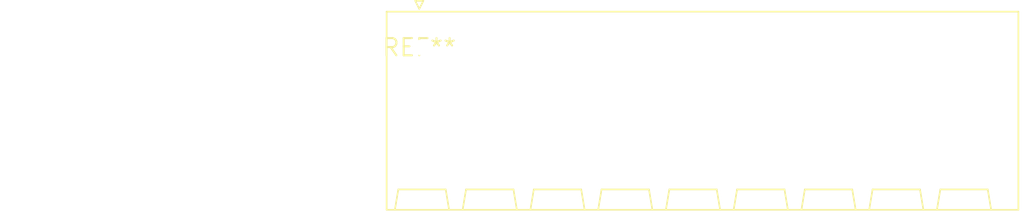
<source format=kicad_pcb>
(kicad_pcb (version 20240108) (generator pcbnew)
  (layers (0 "F.Cu" signal) (31 "B.Cu" signal) (34 "B.Paste" user) (35 "F.Paste" user) (36 "B.SilkS" user "B.Silkscreen") (37 "F.SilkS" user "F.Silkscreen") (38 "B.Mask" user) (39 "F.Mask" user) (44 "Edge.Cuts" user))
  (net 0 "")
  (footprint "PhoenixContact_SPT_2.5_9-H-5.0-EX_1x09_P5.0mm_Horizontal" (layer "F.Cu") (at 0 0)
    (property "Reference" "REF**")
    (property "Value" "PhoenixContact_SPT_2.5_9-H-5.0-EX_1x09_P5.0mm_Horizontal")
    (fp_line (start -2.41 -2.64) (end 44.21 -2.64) (layer "F.SilkS") (stroke (width 0.12)))
    (fp_line (start -2.41 11.98) (end -2.41 -2.64) (layer "F.SilkS") (stroke (width 0.12)))
    (fp_line (start -1.8 11.98) (end -1.55 10.48) (layer "F.SilkS") (stroke (width 0.12)))
    (fp_line (start -1.55 10.48) (end 1.95 10.48) (layer "F.SilkS") (stroke (width 0.12)))
    (fp_line (start -0.3 -3.44) (end 0 -2.84) (layer "F.SilkS") (stroke (width 0.12)))
    (fp_line (start -0.3 -3.44) (end 0.3 -3.44) (layer "F.SilkS") (stroke (width 0.12)))
    (fp_line (start 0.3 -3.44) (end 0 -2.84) (layer "F.SilkS") (stroke (width 0.12)))
    (fp_line (start 2.2 11.98) (end 1.95 10.48) (layer "F.SilkS") (stroke (width 0.12)))
    (fp_line (start 3.2 11.98) (end 3.45 10.48) (layer "F.SilkS") (stroke (width 0.12)))
    (fp_line (start 3.45 10.48) (end 6.95 10.48) (layer "F.SilkS") (stroke (width 0.12)))
    (fp_line (start 7.2 11.98) (end 6.95 10.48) (layer "F.SilkS") (stroke (width 0.12)))
    (fp_line (start 8.2 11.98) (end 8.45 10.48) (layer "F.SilkS") (stroke (width 0.12)))
    (fp_line (start 8.45 10.48) (end 11.95 10.48) (layer "F.SilkS") (stroke (width 0.12)))
    (fp_line (start 12.2 11.98) (end 11.95 10.48) (layer "F.SilkS") (stroke (width 0.12)))
    (fp_line (start 13.2 11.98) (end 13.45 10.48) (layer "F.SilkS") (stroke (width 0.12)))
    (fp_line (start 13.45 10.48) (end 16.95 10.48) (layer "F.SilkS") (stroke (width 0.12)))
    (fp_line (start 17.2 11.98) (end 16.95 10.48) (layer "F.SilkS") (stroke (width 0.12)))
    (fp_line (start 18.2 11.98) (end 18.45 10.48) (layer "F.SilkS") (stroke (width 0.12)))
    (fp_line (start 18.45 10.48) (end 21.95 10.48) (layer "F.SilkS") (stroke (width 0.12)))
    (fp_line (start 22.2 11.98) (end 21.95 10.48) (layer "F.SilkS") (stroke (width 0.12)))
    (fp_line (start 23.2 11.98) (end 23.45 10.48) (layer "F.SilkS") (stroke (width 0.12)))
    (fp_line (start 23.45 10.48) (end 26.95 10.48) (layer "F.SilkS") (stroke (width 0.12)))
    (fp_line (start 27.2 11.98) (end 26.95 10.48) (layer "F.SilkS") (stroke (width 0.12)))
    (fp_line (start 28.2 11.98) (end 28.45 10.48) (layer "F.SilkS") (stroke (width 0.12)))
    (fp_line (start 28.45 10.48) (end 31.95 10.48) (layer "F.SilkS") (stroke (width 0.12)))
    (fp_line (start 32.2 11.98) (end 31.95 10.48) (layer "F.SilkS") (stroke (width 0.12)))
    (fp_line (start 33.2 11.98) (end 33.45 10.48) (layer "F.SilkS") (stroke (width 0.12)))
    (fp_line (start 33.45 10.48) (end 36.95 10.48) (layer "F.SilkS") (stroke (width 0.12)))
    (fp_line (start 37.2 11.98) (end 36.95 10.48) (layer "F.SilkS") (stroke (width 0.12)))
    (fp_line (start 38.2 11.98) (end 38.45 10.48) (layer "F.SilkS") (stroke (width 0.12)))
    (fp_line (start 38.45 10.48) (end 41.95 10.48) (layer "F.SilkS") (stroke (width 0.12)))
    (fp_line (start 42.2 11.98) (end 41.95 10.48) (layer "F.SilkS") (stroke (width 0.12)))
    (fp_line (start 44.21 -2.64) (end 44.21 11.98) (layer "F.SilkS") (stroke (width 0.12)))
    (fp_line (start 44.21 11.98) (end -2.41 11.98) (layer "F.SilkS") (stroke (width 0.12)))
    (pad "1" thru_hole roundrect (at 0 0) (size 1.8 3.3) (drill 1.1) (layers *.Cu *.Mask) (remove_unused_layers) (roundrect_rratio 0.138889))
    (pad "1" thru_hole roundrect (at 0 8.2) (size 1.8 3.3) (drill 1.1) (layers *.Cu *.Mask) (remove_unused_layers) (roundrect_rratio 0.138889))
    (pad "2" thru_hole oval (at 5 0) (size 1.8 3.3) (drill 1.1) (layers *.Cu *.Mask) (remove_unused_layers))
    (pad "2" thru_hole oval (at 5 8.2) (size 1.8 3.3) (drill 1.1) (layers *.Cu *.Mask) (remove_unused_layers))
    (pad "3" thru_hole oval (at 10 0) (size 1.8 3.3) (drill 1.1) (layers *.Cu *.Mask) (remove_unused_layers))
    (pad "3" thru_hole oval (at 10 8.2) (size 1.8 3.3) (drill 1.1) (layers *.Cu *.Mask) (remove_unused_layers))
    (pad "4" thru_hole oval (at 15 0) (size 1.8 3.3) (drill 1.1) (layers *.Cu *.Mask) (remove_unused_layers))
    (pad "4" thru_hole oval (at 15 8.2) (size 1.8 3.3) (drill 1.1) (layers *.Cu *.Mask) (remove_unused_layers))
    (pad "5" thru_hole oval (at 20 0) (size 1.8 3.3) (drill 1.1) (layers *.Cu *.Mask) (remove_unused_layers))
    (pad "5" thru_hole oval (at 20 8.2) (size 1.8 3.3) (drill 1.1) (layers *.Cu *.Mask) (remove_unused_layers))
    (pad "6" thru_hole oval (at 25 0) (size 1.8 3.3) (drill 1.1) (layers *.Cu *.Mask) (remove_unused_layers))
    (pad "6" thru_hole oval (at 25 8.2) (size 1.8 3.3) (drill 1.1) (layers *.Cu *.Mask) (remove_unused_layers))
    (pad "7" thru_hole oval (at 30 0) (size 1.8 3.3) (drill 1.1) (layers *.Cu *.Mask) (remove_unused_layers))
    (pad "7" thru_hole oval (at 30 8.2) (size 1.8 3.3) (drill 1.1) (layers *.Cu *.Mask) (remove_unused_layers))
    (pad "8" thru_hole oval (at 35 0) (size 1.8 3.3) (drill 1.1) (layers *.Cu *.Mask) (remove_unused_layers))
    (pad "8" thru_hole oval (at 35 8.2) (size 1.8 3.3) (drill 1.1) (layers *.Cu *.Mask) (remove_unused_layers))
    (pad "9" thru_hole oval (at 40 0) (size 1.8 3.3) (drill 1.1) (layers *.Cu *.Mask) (remove_unused_layers))
    (pad "9" thru_hole oval (at 40 8.2) (size 1.8 3.3) (drill 1.1) (layers *.Cu *.Mask) (remove_unused_layers))
  )
)
</source>
